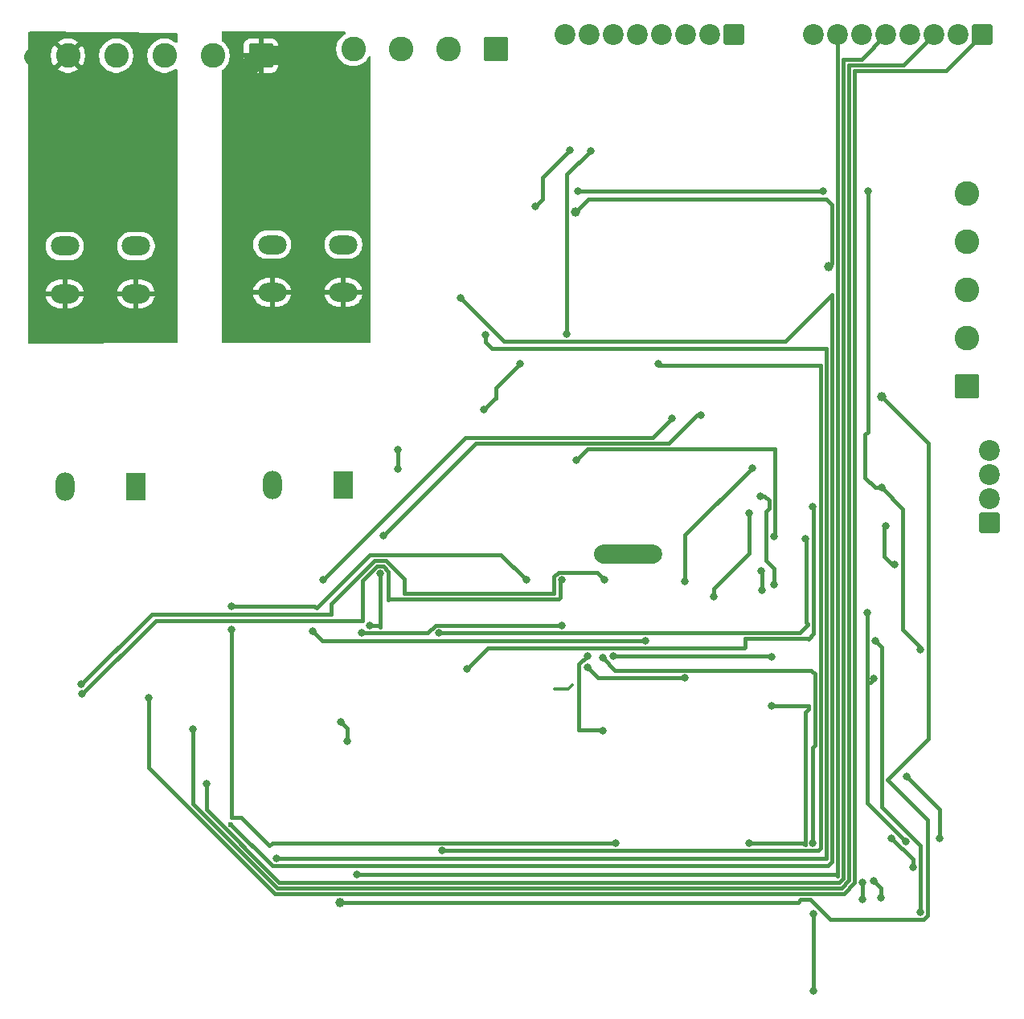
<source format=gbr>
%TF.GenerationSoftware,KiCad,Pcbnew,9.0.7-9.0.7~ubuntu24.04.1*%
%TF.CreationDate,2026-01-30T18:11:09-03:00*%
%TF.ProjectId,Main board,4d61696e-2062-46f6-9172-642e6b696361,1*%
%TF.SameCoordinates,Original*%
%TF.FileFunction,Copper,L6,Bot*%
%TF.FilePolarity,Positive*%
%FSLAX46Y46*%
G04 Gerber Fmt 4.6, Leading zero omitted, Abs format (unit mm)*
G04 Created by KiCad (PCBNEW 9.0.7-9.0.7~ubuntu24.04.1) date 2026-01-30 18:11:09*
%MOMM*%
%LPD*%
G01*
G04 APERTURE LIST*
G04 Aperture macros list*
%AMRoundRect*
0 Rectangle with rounded corners*
0 $1 Rounding radius*
0 $2 $3 $4 $5 $6 $7 $8 $9 X,Y pos of 4 corners*
0 Add a 4 corners polygon primitive as box body*
4,1,4,$2,$3,$4,$5,$6,$7,$8,$9,$2,$3,0*
0 Add four circle primitives for the rounded corners*
1,1,$1+$1,$2,$3*
1,1,$1+$1,$4,$5*
1,1,$1+$1,$6,$7*
1,1,$1+$1,$8,$9*
0 Add four rect primitives between the rounded corners*
20,1,$1+$1,$2,$3,$4,$5,0*
20,1,$1+$1,$4,$5,$6,$7,0*
20,1,$1+$1,$6,$7,$8,$9,0*
20,1,$1+$1,$8,$9,$2,$3,0*%
G04 Aperture macros list end*
%TA.AperFunction,ComponentPad*%
%ADD10O,3.000000X2.000000*%
%TD*%
%TA.AperFunction,ComponentPad*%
%ADD11R,2.000000X3.000000*%
%TD*%
%TA.AperFunction,ComponentPad*%
%ADD12O,2.000000X3.000000*%
%TD*%
%TA.AperFunction,ComponentPad*%
%ADD13RoundRect,0.249999X0.850001X0.850001X-0.850001X0.850001X-0.850001X-0.850001X0.850001X-0.850001X0*%
%TD*%
%TA.AperFunction,ComponentPad*%
%ADD14C,2.200000*%
%TD*%
%TA.AperFunction,ComponentPad*%
%ADD15RoundRect,0.249999X0.850001X-0.850001X0.850001X0.850001X-0.850001X0.850001X-0.850001X-0.850001X0*%
%TD*%
%TA.AperFunction,ComponentPad*%
%ADD16RoundRect,0.250000X1.050000X1.050000X-1.050000X1.050000X-1.050000X-1.050000X1.050000X-1.050000X0*%
%TD*%
%TA.AperFunction,ComponentPad*%
%ADD17C,2.600000*%
%TD*%
%TA.AperFunction,ComponentPad*%
%ADD18RoundRect,0.250000X1.050000X-1.050000X1.050000X1.050000X-1.050000X1.050000X-1.050000X-1.050000X0*%
%TD*%
%TA.AperFunction,ViaPad*%
%ADD19C,2.000000*%
%TD*%
%TA.AperFunction,ViaPad*%
%ADD20C,0.800000*%
%TD*%
%TA.AperFunction,ViaPad*%
%ADD21C,0.300000*%
%TD*%
%TA.AperFunction,ViaPad*%
%ADD22C,1.000000*%
%TD*%
%TA.AperFunction,ViaPad*%
%ADD23C,0.600000*%
%TD*%
%TA.AperFunction,Conductor*%
%ADD24C,2.000000*%
%TD*%
%TA.AperFunction,Conductor*%
%ADD25C,0.400000*%
%TD*%
%TA.AperFunction,Conductor*%
%ADD26C,0.300000*%
%TD*%
G04 APERTURE END LIST*
D10*
%TO.P,K701,11*%
%TO.N,/power selector/P_SOLAR_I*%
X56700000Y-65875000D03*
%TO.P,K701,14*%
%TO.N,/power selector/P_MAIN_O*%
X56700000Y-60835000D03*
%TO.P,K701,21*%
%TO.N,/power selector/P_SOLAR_I*%
X49200000Y-65875000D03*
%TO.P,K701,24*%
%TO.N,/power selector/P_MAIN_O*%
X49200000Y-60835000D03*
D11*
%TO.P,K701,A1*%
%TO.N,/power selector/C_COIL_SOL*%
X56700000Y-86175000D03*
D12*
%TO.P,K701,A2*%
%TO.N,+9V*%
X49200000Y-86175000D03*
%TD*%
D13*
%TO.P,J108,1,CLS_BTN*%
%TO.N,/solar array deployment/C_PANEL_CLOSE_BTN_I*%
X97850000Y-38705000D03*
D14*
%TO.P,J108,2,GND*%
%TO.N,GND*%
X95310000Y-38705000D03*
%TO.P,J108,3,OPN_BTN*%
%TO.N,/solar array deployment/C_PANEL_OPEEN_BTN_I*%
X92770000Y-38705000D03*
%TO.P,J108,4,GND*%
%TO.N,GND*%
X90230000Y-38705000D03*
%TO.P,J108,5,CLS_SEN*%
%TO.N,/solar array verification/A_PANEL_CLOSE_SENSOR_I*%
X87690000Y-38705000D03*
%TO.P,J108,6,GND*%
%TO.N,GND*%
X85150000Y-38705000D03*
%TO.P,J108,7,OPN_SEN*%
%TO.N,/solar array verification/A_PANEL_OPEN_SENSOR_I*%
X82610000Y-38705000D03*
%TO.P,J108,8,GND*%
%TO.N,GND*%
X80070000Y-38705000D03*
%TD*%
D13*
%TO.P,J101,1,LDR_N*%
%TO.N,/active filter/A_LDR_N_I*%
X123985000Y-38705000D03*
D14*
%TO.P,J101,2,GND*%
%TO.N,GND*%
X121445000Y-38705000D03*
%TO.P,J101,3,LDR_E*%
%TO.N,/active filter/A_LDR_E_I*%
X118905000Y-38705000D03*
%TO.P,J101,4,GND*%
%TO.N,GND*%
X116365000Y-38705000D03*
%TO.P,J101,5,LDR_S*%
%TO.N,/active filter/A_LDR_S_I*%
X113825000Y-38705000D03*
%TO.P,J101,6,GND*%
%TO.N,GND*%
X111285000Y-38705000D03*
%TO.P,J101,7,LDR_W*%
%TO.N,/active filter/A_LDR_W_I*%
X108745000Y-38705000D03*
%TO.P,J101,8,GND*%
%TO.N,GND*%
X106205000Y-38705000D03*
%TD*%
D15*
%TO.P,J109,1,THERM_IN1*%
%TO.N,/thermal control/A_HTAS_I*%
X124783711Y-90151799D03*
D14*
%TO.P,J109,2,GND*%
%TO.N,GND*%
X124783711Y-87611799D03*
%TO.P,J109,3,THERM_IN2*%
%TO.N,/thermal control/A_LTHC_I*%
X124783711Y-85071799D03*
%TO.P,J109,4,GND*%
%TO.N,GND*%
X124783711Y-82531799D03*
%TD*%
D10*
%TO.P,K702,11*%
%TO.N,/power selector/P_BATTERY_I*%
X34850000Y-66025000D03*
%TO.P,K702,14*%
%TO.N,/power selector/P_MAIN_O*%
X34850000Y-60985000D03*
%TO.P,K702,21*%
%TO.N,/power selector/P_BATTERY_I*%
X27350000Y-66025000D03*
%TO.P,K702,24*%
%TO.N,/power selector/P_MAIN_O*%
X27350000Y-60985000D03*
D11*
%TO.P,K702,A1*%
%TO.N,/power selector/C_COIL_BATT*%
X34850000Y-86325000D03*
D12*
%TO.P,K702,A2*%
%TO.N,+9V*%
X27350000Y-86325000D03*
%TD*%
D16*
%TO.P,J110,1,THERM*%
%TO.N,/thermal control/A_LTHC_O*%
X72750000Y-40202500D03*
D17*
%TO.P,J110,2,GND*%
%TO.N,GND*%
X67750000Y-40202500D03*
%TO.P,J110,3,SERVO*%
%TO.N,/solar array deployment/S_SERVO_SIGNAL_O*%
X62750000Y-40202500D03*
%TO.P,J110,4,GND*%
%TO.N,GND*%
X57750000Y-40202500D03*
%TD*%
D18*
%TO.P,J103,1,Pin_1*%
%TO.N,+9V*%
X122350000Y-75725000D03*
D17*
%TO.P,J103,2,Pin_2*%
%TO.N,+9VA*%
X122350000Y-70645000D03*
%TO.P,J103,3,Pin_3*%
%TO.N,-9VA*%
X122350000Y-65565000D03*
%TO.P,J103,4,Pin_4*%
%TO.N,GND*%
X122350000Y-60485000D03*
%TO.P,J103,5,Pin_5*%
X122350000Y-55405000D03*
%TD*%
D16*
%TO.P,J105,1,SOLAR*%
%TO.N,/power selector/P_SOLAR_I*%
X48010000Y-40907500D03*
D17*
%TO.P,J105,2,GND*%
%TO.N,GND*%
X42930000Y-40907500D03*
%TO.P,J105,3,VMAIN*%
%TO.N,/power selector/P_MAIN_O*%
X37850000Y-40907500D03*
%TO.P,J105,4,GND*%
%TO.N,GND*%
X32770000Y-40907500D03*
%TO.P,J105,5,BATTERY*%
%TO.N,/power selector/P_BATTERY_I*%
X27690000Y-40907500D03*
%TD*%
D19*
%TO.N,+9V*%
X89250000Y-93426000D03*
X84150000Y-93425000D03*
D20*
%TO.N,/solar array verification/A_IN+_STP_CLS*%
X106142000Y-88425000D03*
X69700000Y-105575000D03*
%TO.N,/active filter/A_LDR_N_O*%
X29200000Y-108225000D03*
X79700000Y-96175000D03*
%TO.N,/active filter/A_LDR_E_O*%
X84209281Y-96175000D03*
X29065564Y-107209436D03*
%TO.N,/active filter/A_LDR_W_O*%
X53500000Y-101575000D03*
X88550000Y-102575000D03*
%TO.N,/active filter/A_IN-_W*%
X56400000Y-111125000D03*
X57100000Y-113201000D03*
%TO.N,/active filter/A_LDR_S_O*%
X58650000Y-101775000D03*
X79700000Y-100974000D03*
%TO.N,/thermal control/A_HTAS_O*%
X112600000Y-106575000D03*
X111853000Y-99675000D03*
X115913186Y-123756814D03*
X81238652Y-83580000D03*
X102049000Y-91625000D03*
%TO.N,/thermal control/A_LTHC_O*%
X81400000Y-55175000D03*
X117500000Y-103544425D03*
X111950000Y-55175000D03*
X107200000Y-55175000D03*
X113375668Y-86457377D03*
D21*
%TO.N,/solar eclipse/C_ECLIPSE_O*%
X78950000Y-107725000D03*
X80850000Y-107275000D03*
D22*
%TO.N,/solar array deployment/S_SERVO_SIGNAL_O*%
X81172860Y-57404222D03*
X107845000Y-63125000D03*
D20*
%TO.N,/solar array verification/A_STP_OPN_O*%
X91350000Y-79125000D03*
X54550000Y-96175000D03*
%TO.N,/active filter/A_LDR_S_I*%
X42300000Y-117675000D03*
%TO.N,/active filter/A_LDR_N_I*%
X36200000Y-108625000D03*
%TO.N,/active filter/A_LDR_W_I*%
X58150000Y-127275000D03*
%TO.N,/active filter/A_LDR_E_I*%
X40825000Y-111925000D03*
D19*
%TO.N,/power selector/P_BATTERY_I*%
X31450000Y-68825000D03*
X27250000Y-68975000D03*
%TO.N,/power selector/P_SOLAR_I*%
X56750000Y-68575000D03*
X49200000Y-68775000D03*
X52850000Y-68575000D03*
D20*
%TO.N,/solar array verification/A_PANEL_CLOSE_SENSOR_I*%
X82750000Y-50925000D03*
X80200000Y-70225000D03*
%TO.N,/solar array verification/A_PANEL_OPEN_SENSOR_I*%
X76950000Y-56825000D03*
X80600000Y-50875000D03*
%TO.N,/solar array verification/A_RST_SET_2*%
X62450000Y-82475000D03*
X62400000Y-84475000D03*
%TO.N,/thermal control/A_BIAS_LTHC_1*%
X116047849Y-116900000D03*
X119500000Y-123425000D03*
%TO.N,/solar array deployment/A_BASE_OPN*%
X100750000Y-95225000D03*
X100800000Y-97275000D03*
%TO.N,/solar array deployment/A_BASE_CLS*%
X95700000Y-97975000D03*
X99400000Y-89175000D03*
%TO.N,/thermal control/A_BIAS_LTHC_2*%
X116700000Y-126475000D03*
X114450000Y-123425000D03*
%TO.N,/thermal control/A_SETPOINT_LTHC*%
X117450000Y-131225000D03*
X102049000Y-96650000D03*
X100649441Y-87360000D03*
X112750000Y-102625000D03*
%TO.N,/solar eclipse/A_FEEDBACK_U403A*%
X92700000Y-106526000D03*
X82450000Y-105425000D03*
%TO.N,/thermal control/A_BIAS_HTAS_2*%
X113300000Y-129725000D03*
X112545604Y-127920604D03*
%TO.N,/thermal control/A_BIAS_HTAS_1*%
X111400000Y-128125000D03*
X111400000Y-129875000D03*
%TO.N,/solar array verification/A_IN-_ASL*%
X60550000Y-95525000D03*
X94350000Y-78825000D03*
X60900000Y-91525000D03*
X59456407Y-100975000D03*
%TO.N,/solar array verification/A_RST_SET_1*%
X75350000Y-73375000D03*
X71500000Y-78225000D03*
%TO.N,/solar array verification/A_IN-_STP_CLS*%
X114797793Y-94527207D03*
X105350000Y-91875000D03*
X113850000Y-90475000D03*
X66722549Y-101775000D03*
%TO.N,/power selector/A_SETPOINT_BATTERY*%
X71700000Y-70325000D03*
X49621469Y-125525000D03*
%TO.N,/solar eclipse/A_SETPOINT_LDR_N*%
X85350000Y-123925000D03*
X75950000Y-96175000D03*
X44900000Y-101425000D03*
X44900000Y-98975000D03*
%TO.N,/solar eclipse/A_SETPOINT_LDR_S*%
X82399000Y-104175000D03*
X84051000Y-112125000D03*
%TO.N,/solar eclipse/A_SETPOINT_LDR_W*%
X101850000Y-109475000D03*
X85150000Y-104175000D03*
X101850000Y-104275000D03*
X99400000Y-123925000D03*
D23*
%TO.N,/power selector/A_SETPOINT_SOLAR*%
X44850000Y-121975000D03*
D20*
X69050000Y-66425000D03*
%TO.N,/thermal control/A_SETPOINT_HTAS*%
X99760666Y-84362500D03*
X84000000Y-104425000D03*
X106142000Y-123925000D03*
X92695524Y-96320524D03*
X106200000Y-131376000D03*
X106200000Y-139525000D03*
D22*
%TO.N,/solar array deployment/S_SERVO_PREFILTER_O*%
X56350000Y-130177000D03*
X113372793Y-76847793D03*
D20*
%TO.N,/solar array deployment/A_SETPOINT_CLOSE*%
X89900000Y-73425000D03*
X67100000Y-124725000D03*
%TD*%
D24*
%TO.N,+9V*%
X84151000Y-93426000D02*
X84150000Y-93425000D01*
X89250000Y-93426000D02*
X84151000Y-93426000D01*
D25*
%TO.N,/solar array verification/A_IN+_STP_CLS*%
X106142000Y-88425000D02*
X106250000Y-88533000D01*
X106250000Y-101866000D02*
X105695500Y-102420500D01*
X98950000Y-103375000D02*
X71900000Y-103375000D01*
X106250000Y-88533000D02*
X106250000Y-101866000D01*
X105695500Y-102420500D02*
X105650000Y-102375000D01*
X105650000Y-102375000D02*
X99050000Y-102375000D01*
X71900000Y-103375000D02*
X69700000Y-105575000D01*
X99050000Y-103275000D02*
X98950000Y-103375000D01*
X99050000Y-102375000D02*
X99050000Y-103275000D01*
%TO.N,/active filter/A_LDR_N_O*%
X58700000Y-96242214D02*
X58700000Y-100475000D01*
X79552000Y-96323000D02*
X79552000Y-98075000D01*
X79700000Y-96175000D02*
X79552000Y-96323000D01*
X61450000Y-95292214D02*
X60881786Y-94724000D01*
X61450000Y-98325000D02*
X61450000Y-95292214D01*
X60218214Y-94724000D02*
X58700000Y-96242214D01*
X60881786Y-94724000D02*
X60218214Y-94724000D01*
X58700000Y-100475000D02*
X36950000Y-100475000D01*
X36950000Y-100475000D02*
X29200000Y-108225000D01*
X61552000Y-98223000D02*
X61450000Y-98325000D01*
X61552000Y-98223000D02*
X79404000Y-98223000D01*
X79552000Y-98075000D02*
X79404000Y-98223000D01*
%TO.N,/active filter/A_LDR_E_O*%
X55400000Y-99775000D02*
X36500000Y-99775000D01*
X84209281Y-96175000D02*
X83408281Y-95374000D01*
X55400000Y-98692272D02*
X55400000Y-99775000D01*
X83408281Y-95374000D02*
X79368214Y-95374000D01*
X61130728Y-94123000D02*
X59969272Y-94123000D01*
X78900000Y-95842214D02*
X78900000Y-97622000D01*
X36500000Y-99775000D02*
X29065564Y-107209436D01*
X63100000Y-96092272D02*
X61130728Y-94123000D01*
X79368214Y-95374000D02*
X78900000Y-95842214D01*
X78900000Y-97622000D02*
X63100000Y-97622000D01*
X59969272Y-94123000D02*
X55400000Y-98692272D01*
X63100000Y-97622000D02*
X63100000Y-96092272D01*
%TO.N,/active filter/A_LDR_W_O*%
X88550000Y-102575000D02*
X54500000Y-102575000D01*
X54500000Y-102575000D02*
X53500000Y-101575000D01*
%TO.N,/active filter/A_IN-_W*%
X57100000Y-113201000D02*
X57100000Y-111825000D01*
X57100000Y-111825000D02*
X56400000Y-111125000D01*
%TO.N,/active filter/A_LDR_S_O*%
X66390763Y-100974000D02*
X79700000Y-100974000D01*
X65589763Y-101775000D02*
X66390763Y-100974000D01*
X58650000Y-101775000D02*
X65589763Y-101775000D01*
%TO.N,/thermal control/A_HTAS_O*%
X102150000Y-91524000D02*
X102150000Y-82376000D01*
X112200000Y-106975000D02*
X112600000Y-106575000D01*
X111853000Y-119696628D02*
X115913186Y-123756814D01*
X102049000Y-91625000D02*
X102150000Y-91524000D01*
X102150000Y-82376000D02*
X82442652Y-82376000D01*
X82442652Y-82376000D02*
X81238652Y-83580000D01*
X111853000Y-106975000D02*
X111853000Y-119696628D01*
X111853000Y-99675000D02*
X111853000Y-106975000D01*
X111853000Y-106975000D02*
X112200000Y-106975000D01*
%TO.N,/thermal control/A_LTHC_O*%
X107200000Y-55175000D02*
X81400000Y-55175000D01*
X113375668Y-86457377D02*
X112732377Y-86457377D01*
X115600000Y-88681709D02*
X115600000Y-101425000D01*
X117500000Y-103325000D02*
X117500000Y-103544425D01*
X111951000Y-80578000D02*
X111951000Y-55176000D01*
X115600000Y-101425000D02*
X117500000Y-103325000D01*
X111951000Y-55176000D02*
X111950000Y-55175000D01*
X113375668Y-86457377D02*
X115600000Y-88681709D01*
X111654000Y-85379000D02*
X111654000Y-80875000D01*
X111654000Y-80875000D02*
X111951000Y-80578000D01*
X112732377Y-86457377D02*
X111654000Y-85379000D01*
D26*
%TO.N,/solar eclipse/C_ECLIPSE_O*%
X78950000Y-107725000D02*
X80400000Y-107725000D01*
X80400000Y-107725000D02*
X80850000Y-107275000D01*
D25*
%TO.N,/solar array deployment/S_SERVO_SIGNAL_O*%
X82502082Y-56075000D02*
X107594000Y-56075000D01*
X82502082Y-56075000D02*
X81172860Y-57404222D01*
X107845000Y-63125000D02*
X108144000Y-62826000D01*
X108144000Y-62826000D02*
X108144000Y-56625000D01*
X108144000Y-56625000D02*
X107594000Y-56075000D01*
%TO.N,/solar array verification/A_STP_OPN_O*%
X69551000Y-81174000D02*
X54550000Y-96175000D01*
X69551000Y-81174000D02*
X89301000Y-81174000D01*
X91350000Y-79125000D02*
X89301000Y-81174000D01*
%TO.N,/active filter/A_LDR_S_I*%
X113825000Y-38705000D02*
X111255000Y-41275000D01*
X109350000Y-41279000D02*
X109350000Y-127624942D01*
X42300000Y-120425116D02*
X49949884Y-128075000D01*
X42300000Y-120425116D02*
X42300000Y-117675000D01*
X109350000Y-127624942D02*
X108899942Y-128075000D01*
X109346000Y-41275000D02*
X109350000Y-41279000D01*
X49949884Y-128075000D02*
X108899942Y-128075000D01*
X111255000Y-41275000D02*
X109346000Y-41275000D01*
%TO.N,/active filter/A_LDR_N_I*%
X120164000Y-42526000D02*
X110552000Y-42526000D01*
X110552000Y-42526000D02*
X110552000Y-128122826D01*
X123985000Y-38705000D02*
X120164000Y-42526000D01*
X49452000Y-129277000D02*
X36200000Y-116025000D01*
X110552000Y-128122826D02*
X109397826Y-129277000D01*
X36200000Y-116025000D02*
X36200000Y-108625000D01*
X109397826Y-129277000D02*
X49452000Y-129277000D01*
%TO.N,/active filter/A_LDR_W_I*%
X108640000Y-127275000D02*
X108745000Y-127380000D01*
X58150000Y-127275000D02*
X108640000Y-127275000D01*
X108745000Y-38705000D02*
X108745000Y-127380000D01*
%TO.N,/active filter/A_LDR_E_I*%
X109951000Y-127873884D02*
X109148884Y-128676000D01*
X40825000Y-119800058D02*
X40825000Y-111925000D01*
X109951000Y-41925000D02*
X109951000Y-127873884D01*
X115685000Y-41925000D02*
X109951000Y-41925000D01*
X49700942Y-128676000D02*
X40825000Y-119800058D01*
X118905000Y-38705000D02*
X115685000Y-41925000D01*
X109148884Y-128676000D02*
X49700942Y-128676000D01*
D24*
%TO.N,/power selector/P_BATTERY_I*%
X24267500Y-40907500D02*
X24100000Y-41075000D01*
%TO.N,/power selector/P_SOLAR_I*%
X50432500Y-40907500D02*
X53799000Y-44274000D01*
X48010000Y-40907500D02*
X46299000Y-42618500D01*
X48010000Y-40907500D02*
X50432500Y-40907500D01*
D25*
%TO.N,/solar array verification/A_PANEL_CLOSE_SENSOR_I*%
X80250000Y-70175000D02*
X80200000Y-70225000D01*
X80250000Y-53425000D02*
X82750000Y-50925000D01*
X80250000Y-53425000D02*
X80250000Y-70175000D01*
%TO.N,/solar array verification/A_PANEL_OPEN_SENSOR_I*%
X80600000Y-50875000D02*
X77700000Y-53775000D01*
X77700000Y-53775000D02*
X77700000Y-56075000D01*
X77700000Y-56075000D02*
X76950000Y-56825000D01*
%TO.N,/solar array verification/A_RST_SET_2*%
X62400000Y-82525000D02*
X62450000Y-82475000D01*
X62400000Y-84475000D02*
X62400000Y-82525000D01*
%TO.N,/thermal control/A_BIAS_LTHC_1*%
X119500000Y-120352151D02*
X116047849Y-116900000D01*
X119500000Y-123425000D02*
X119500000Y-120352151D01*
%TO.N,/solar array deployment/A_BASE_OPN*%
X100800000Y-95275000D02*
X100750000Y-95225000D01*
X100800000Y-97275000D02*
X100800000Y-95275000D01*
%TO.N,/solar array deployment/A_BASE_CLS*%
X95700000Y-97075000D02*
X99400000Y-93375000D01*
X95700000Y-97975000D02*
X95700000Y-97075000D01*
X99400000Y-89175000D02*
X99400000Y-93375000D01*
%TO.N,/thermal control/A_BIAS_LTHC_2*%
X116700000Y-126475000D02*
X116700000Y-125675000D01*
X116700000Y-125675000D02*
X114450000Y-123425000D01*
%TO.N,/thermal control/A_SETPOINT_LTHC*%
X112750000Y-102625000D02*
X113401000Y-103276000D01*
X117501000Y-124211842D02*
X117501000Y-131174000D01*
X101085000Y-87360000D02*
X101549000Y-87824000D01*
X113401000Y-103276000D02*
X113401000Y-120111842D01*
X101248000Y-94175000D02*
X102049000Y-94976000D01*
X101549000Y-88675000D02*
X101248000Y-88976000D01*
X101248000Y-88976000D02*
X101248000Y-94175000D01*
X117501000Y-131174000D02*
X117450000Y-131225000D01*
X113401000Y-120111842D02*
X117501000Y-124211842D01*
X102049000Y-94976000D02*
X102049000Y-96650000D01*
X100649441Y-87360000D02*
X101085000Y-87360000D01*
X101549000Y-87824000D02*
X101549000Y-88675000D01*
%TO.N,/solar eclipse/A_FEEDBACK_U403A*%
X82450000Y-105425000D02*
X83551000Y-106526000D01*
X83551000Y-106526000D02*
X92700000Y-106526000D01*
%TO.N,/thermal control/A_BIAS_HTAS_2*%
X113300000Y-128675000D02*
X112545604Y-127920604D01*
X113300000Y-129725000D02*
X113300000Y-128675000D01*
%TO.N,/thermal control/A_BIAS_HTAS_1*%
X111400000Y-129875000D02*
X111400000Y-128125000D01*
%TO.N,/solar array verification/A_IN-_ASL*%
X93900000Y-78825000D02*
X90950000Y-81775000D01*
X94350000Y-78825000D02*
X93900000Y-78825000D01*
X70650000Y-81775000D02*
X60900000Y-91525000D01*
X70650000Y-81775000D02*
X90950000Y-81775000D01*
X60400000Y-100975000D02*
X59456407Y-100975000D01*
X60550000Y-101125000D02*
X60400000Y-100975000D01*
X60550000Y-95525000D02*
X60550000Y-101125000D01*
%TO.N,/solar array verification/A_RST_SET_1*%
X72700000Y-77025000D02*
X72750000Y-77025000D01*
X72750000Y-75975000D02*
X72750000Y-77025000D01*
X75350000Y-73375000D02*
X72750000Y-75975000D01*
X71500000Y-78225000D02*
X72700000Y-77025000D01*
%TO.N,/solar array verification/A_IN-_STP_CLS*%
X113700000Y-90625000D02*
X113850000Y-90475000D01*
X105450000Y-91975000D02*
X105350000Y-91875000D01*
X105450000Y-100626000D02*
X105450000Y-91975000D01*
X113700000Y-93725000D02*
X113700000Y-90625000D01*
X66722549Y-101775000D02*
X66723549Y-101774000D01*
X114502207Y-94527207D02*
X113700000Y-93725000D01*
X105649000Y-100876000D02*
X105649000Y-100825000D01*
X104751000Y-101774000D02*
X105649000Y-100876000D01*
X114797793Y-94527207D02*
X114502207Y-94527207D01*
X105649000Y-100825000D02*
X105450000Y-100626000D01*
X66723549Y-101774000D02*
X104751000Y-101774000D01*
%TO.N,/power selector/A_SETPOINT_BATTERY*%
X72350000Y-71775000D02*
X71700000Y-71125000D01*
X49621469Y-125525000D02*
X107543000Y-125525000D01*
X71700000Y-71125000D02*
X71700000Y-70325000D01*
X107543000Y-71775000D02*
X72350000Y-71775000D01*
X107543000Y-125525000D02*
X107543000Y-71775000D01*
%TO.N,/solar eclipse/A_SETPOINT_LDR_N*%
X44949000Y-121274000D02*
X45949000Y-121274000D01*
X73297000Y-93522000D02*
X59502000Y-93522000D01*
X53850000Y-99174000D02*
X53651000Y-98975000D01*
X59502000Y-93522000D02*
X53850000Y-99174000D01*
X45949000Y-121274000D02*
X48900000Y-124225000D01*
X53651000Y-98975000D02*
X44900000Y-98975000D01*
X85349000Y-123924000D02*
X85350000Y-123925000D01*
X49201000Y-123924000D02*
X85349000Y-123924000D01*
X44900000Y-101425000D02*
X44900000Y-121225000D01*
X44900000Y-121225000D02*
X44949000Y-121274000D01*
X48900000Y-124225000D02*
X49201000Y-123924000D01*
X75950000Y-96175000D02*
X73297000Y-93522000D01*
%TO.N,/solar eclipse/A_SETPOINT_LDR_S*%
X83951000Y-112025000D02*
X84051000Y-112125000D01*
X82399000Y-104175000D02*
X81500000Y-105074000D01*
X81500000Y-112025000D02*
X83951000Y-112025000D01*
X81500000Y-105074000D02*
X81500000Y-112025000D01*
%TO.N,/solar eclipse/A_SETPOINT_LDR_W*%
X85150000Y-104175000D02*
X101750000Y-104175000D01*
X101750000Y-104175000D02*
X101850000Y-104275000D01*
X105690000Y-109475000D02*
X105740000Y-109525000D01*
X105341000Y-110174000D02*
X105341000Y-124124000D01*
X105740000Y-109525000D02*
X105740000Y-109775000D01*
X105142000Y-123925000D02*
X99400000Y-123925000D01*
X105740000Y-109775000D02*
X105341000Y-110174000D01*
X105341000Y-124124000D02*
X105142000Y-123925000D01*
X101850000Y-109475000D02*
X105690000Y-109475000D01*
%TO.N,/power selector/A_SETPOINT_SOLAR*%
X73650000Y-71025000D02*
X69050000Y-66425000D01*
X108144000Y-66125000D02*
X103244000Y-71025000D01*
X44850000Y-121975000D02*
X49200000Y-126325000D01*
X49200000Y-126325000D02*
X107750000Y-126325000D01*
X107750000Y-126325000D02*
X108144000Y-125931000D01*
X108144000Y-125931000D02*
X108144000Y-66125000D01*
X103244000Y-71025000D02*
X73650000Y-71025000D01*
%TO.N,/thermal control/A_SETPOINT_HTAS*%
X84000000Y-104425000D02*
X85301000Y-105726000D01*
X85301000Y-105726000D02*
X105951000Y-105726000D01*
X92695524Y-91427642D02*
X92695524Y-96320524D01*
X106341000Y-106116000D02*
X106341000Y-113625000D01*
X106341000Y-113625000D02*
X106142000Y-113824000D01*
X105951000Y-105726000D02*
X106341000Y-106116000D01*
X106200000Y-131376000D02*
X106200000Y-139525000D01*
X106142000Y-113824000D02*
X106142000Y-123925000D01*
X99760666Y-84362500D02*
X92695524Y-91427642D01*
%TO.N,/solar array deployment/S_SERVO_PREFILTER_O*%
X117781786Y-132026000D02*
X107982786Y-132026000D01*
X104900000Y-129878000D02*
X104601000Y-130177000D01*
X114002000Y-117225000D02*
X118251000Y-121474000D01*
X118251000Y-131556786D02*
X117781786Y-132026000D01*
X118251000Y-121474000D02*
X118251000Y-131556786D01*
X118301000Y-81776000D02*
X118301000Y-112926000D01*
X107982786Y-132026000D02*
X105834786Y-129878000D01*
X105834786Y-129878000D02*
X104900000Y-129878000D01*
X113372793Y-76847793D02*
X118301000Y-81776000D01*
X104601000Y-130177000D02*
X56350000Y-130177000D01*
X118301000Y-112926000D02*
X114002000Y-117225000D01*
%TO.N,/solar array deployment/A_SETPOINT_CLOSE*%
X106700000Y-124725000D02*
X106942000Y-124483000D01*
X67100000Y-124725000D02*
X106700000Y-124725000D01*
X90000000Y-73525000D02*
X89900000Y-73425000D01*
X106942000Y-73525000D02*
X90000000Y-73525000D01*
X106942000Y-124483000D02*
X106942000Y-73525000D01*
%TD*%
%TA.AperFunction,Conductor*%
%TO.N,/power selector/P_SOLAR_I*%
G36*
X56835738Y-38384587D02*
G01*
X56902651Y-38404698D01*
X56948068Y-38457792D01*
X56957571Y-38527012D01*
X56928142Y-38590382D01*
X56896949Y-38615971D01*
X56818017Y-38661542D01*
X56747550Y-38702227D01*
X56747547Y-38702228D01*
X56747542Y-38702232D01*
X56560302Y-38845906D01*
X56560295Y-38845912D01*
X56393412Y-39012795D01*
X56393406Y-39012802D01*
X56249730Y-39200045D01*
X56131719Y-39404443D01*
X56131714Y-39404454D01*
X56041394Y-39622506D01*
X55980306Y-39850489D01*
X55949501Y-40084479D01*
X55949500Y-40084495D01*
X55949500Y-40320504D01*
X55949501Y-40320520D01*
X55960308Y-40402612D01*
X55980307Y-40554514D01*
X56007902Y-40657500D01*
X56041394Y-40782493D01*
X56131714Y-41000545D01*
X56131719Y-41000556D01*
X56202677Y-41123457D01*
X56249727Y-41204950D01*
X56249729Y-41204953D01*
X56249730Y-41204954D01*
X56393406Y-41392197D01*
X56393412Y-41392204D01*
X56560295Y-41559087D01*
X56560301Y-41559092D01*
X56747550Y-41702773D01*
X56878918Y-41778618D01*
X56951943Y-41820780D01*
X56951948Y-41820782D01*
X56951951Y-41820784D01*
X57170007Y-41911106D01*
X57397986Y-41972193D01*
X57631989Y-42003000D01*
X57631996Y-42003000D01*
X57868004Y-42003000D01*
X57868011Y-42003000D01*
X58102014Y-41972193D01*
X58329993Y-41911106D01*
X58548049Y-41820784D01*
X58752450Y-41702773D01*
X58939699Y-41559092D01*
X59106592Y-41392199D01*
X59250273Y-41204950D01*
X59368284Y-41000549D01*
X59368613Y-40999980D01*
X59419180Y-40951764D01*
X59487787Y-40938542D01*
X59552652Y-40964510D01*
X59593180Y-41021424D01*
X59600000Y-41061980D01*
X59600000Y-71028588D01*
X59580315Y-71095627D01*
X59527511Y-71141382D01*
X59476395Y-71152587D01*
X44024395Y-71201797D01*
X43957293Y-71182326D01*
X43911370Y-71129668D01*
X43900000Y-71077798D01*
X43900000Y-65625000D01*
X47220898Y-65625000D01*
X48599999Y-65625000D01*
X48574979Y-65685402D01*
X48550000Y-65810981D01*
X48550000Y-65939019D01*
X48574979Y-66064598D01*
X48599999Y-66125000D01*
X47220898Y-66125000D01*
X47236934Y-66226247D01*
X47309897Y-66450802D01*
X47417085Y-66661171D01*
X47555866Y-66852186D01*
X47722813Y-67019133D01*
X47913828Y-67157914D01*
X48124197Y-67265102D01*
X48348752Y-67338065D01*
X48348751Y-67338065D01*
X48581948Y-67375000D01*
X48950000Y-67375000D01*
X48950000Y-66475001D01*
X49010402Y-66500021D01*
X49135981Y-66525000D01*
X49264019Y-66525000D01*
X49389598Y-66500021D01*
X49450000Y-66475001D01*
X49450000Y-67375000D01*
X49818052Y-67375000D01*
X50051247Y-67338065D01*
X50275802Y-67265102D01*
X50486171Y-67157914D01*
X50677186Y-67019133D01*
X50844133Y-66852186D01*
X50982914Y-66661171D01*
X51090102Y-66450802D01*
X51163065Y-66226247D01*
X51179102Y-66125000D01*
X49800001Y-66125000D01*
X49825021Y-66064598D01*
X49850000Y-65939019D01*
X49850000Y-65810981D01*
X49825021Y-65685402D01*
X49800001Y-65625000D01*
X51179102Y-65625000D01*
X54720898Y-65625000D01*
X56099999Y-65625000D01*
X56074979Y-65685402D01*
X56050000Y-65810981D01*
X56050000Y-65939019D01*
X56074979Y-66064598D01*
X56099999Y-66125000D01*
X54720898Y-66125000D01*
X54736934Y-66226247D01*
X54809897Y-66450802D01*
X54917085Y-66661171D01*
X55055866Y-66852186D01*
X55222813Y-67019133D01*
X55413828Y-67157914D01*
X55624197Y-67265102D01*
X55848752Y-67338065D01*
X55848751Y-67338065D01*
X56081948Y-67375000D01*
X56450000Y-67375000D01*
X56450000Y-66475001D01*
X56510402Y-66500021D01*
X56635981Y-66525000D01*
X56764019Y-66525000D01*
X56889598Y-66500021D01*
X56950000Y-66475001D01*
X56950000Y-67375000D01*
X57318052Y-67375000D01*
X57551247Y-67338065D01*
X57775802Y-67265102D01*
X57986171Y-67157914D01*
X58177186Y-67019133D01*
X58344133Y-66852186D01*
X58482914Y-66661171D01*
X58590102Y-66450802D01*
X58663065Y-66226247D01*
X58679102Y-66125000D01*
X57300001Y-66125000D01*
X57325021Y-66064598D01*
X57350000Y-65939019D01*
X57350000Y-65810981D01*
X57325021Y-65685402D01*
X57300001Y-65625000D01*
X58679102Y-65625000D01*
X58663065Y-65523752D01*
X58590102Y-65299197D01*
X58482914Y-65088828D01*
X58344133Y-64897813D01*
X58177186Y-64730866D01*
X57986171Y-64592085D01*
X57775802Y-64484897D01*
X57551247Y-64411934D01*
X57551248Y-64411934D01*
X57318052Y-64375000D01*
X56950000Y-64375000D01*
X56950000Y-65274998D01*
X56889598Y-65249979D01*
X56764019Y-65225000D01*
X56635981Y-65225000D01*
X56510402Y-65249979D01*
X56450000Y-65274998D01*
X56450000Y-64375000D01*
X56081948Y-64375000D01*
X55848752Y-64411934D01*
X55624197Y-64484897D01*
X55413828Y-64592085D01*
X55222813Y-64730866D01*
X55055866Y-64897813D01*
X54917085Y-65088828D01*
X54809897Y-65299197D01*
X54736934Y-65523752D01*
X54720898Y-65625000D01*
X51179102Y-65625000D01*
X51163065Y-65523752D01*
X51090102Y-65299197D01*
X50982914Y-65088828D01*
X50844133Y-64897813D01*
X50677186Y-64730866D01*
X50486171Y-64592085D01*
X50275802Y-64484897D01*
X50051247Y-64411934D01*
X50051248Y-64411934D01*
X49818052Y-64375000D01*
X49450000Y-64375000D01*
X49450000Y-65274998D01*
X49389598Y-65249979D01*
X49264019Y-65225000D01*
X49135981Y-65225000D01*
X49010402Y-65249979D01*
X48950000Y-65274998D01*
X48950000Y-64375000D01*
X48581948Y-64375000D01*
X48348752Y-64411934D01*
X48124197Y-64484897D01*
X47913828Y-64592085D01*
X47722813Y-64730866D01*
X47555866Y-64897813D01*
X47417085Y-65088828D01*
X47309897Y-65299197D01*
X47236934Y-65523752D01*
X47220898Y-65625000D01*
X43900000Y-65625000D01*
X43900000Y-60716902D01*
X47199500Y-60716902D01*
X47199500Y-60953097D01*
X47236446Y-61186368D01*
X47309433Y-61410996D01*
X47416657Y-61621433D01*
X47555483Y-61812510D01*
X47722490Y-61979517D01*
X47913567Y-62118343D01*
X48012991Y-62169002D01*
X48124003Y-62225566D01*
X48124005Y-62225566D01*
X48124008Y-62225568D01*
X48244412Y-62264689D01*
X48348631Y-62298553D01*
X48581903Y-62335500D01*
X48581908Y-62335500D01*
X49818097Y-62335500D01*
X50051368Y-62298553D01*
X50275992Y-62225568D01*
X50486433Y-62118343D01*
X50677510Y-61979517D01*
X50844517Y-61812510D01*
X50983343Y-61621433D01*
X51090568Y-61410992D01*
X51163553Y-61186368D01*
X51200500Y-60953097D01*
X51200500Y-60716902D01*
X54699500Y-60716902D01*
X54699500Y-60953097D01*
X54736446Y-61186368D01*
X54809433Y-61410996D01*
X54916657Y-61621433D01*
X55055483Y-61812510D01*
X55222490Y-61979517D01*
X55413567Y-62118343D01*
X55512991Y-62169002D01*
X55624003Y-62225566D01*
X55624005Y-62225566D01*
X55624008Y-62225568D01*
X55744412Y-62264689D01*
X55848631Y-62298553D01*
X56081903Y-62335500D01*
X56081908Y-62335500D01*
X57318097Y-62335500D01*
X57551368Y-62298553D01*
X57775992Y-62225568D01*
X57986433Y-62118343D01*
X58177510Y-61979517D01*
X58344517Y-61812510D01*
X58483343Y-61621433D01*
X58590568Y-61410992D01*
X58663553Y-61186368D01*
X58700500Y-60953097D01*
X58700500Y-60716902D01*
X58663553Y-60483631D01*
X58590566Y-60259003D01*
X58483342Y-60048566D01*
X58344517Y-59857490D01*
X58177510Y-59690483D01*
X57986433Y-59551657D01*
X57775996Y-59444433D01*
X57551368Y-59371446D01*
X57318097Y-59334500D01*
X57318092Y-59334500D01*
X56081908Y-59334500D01*
X56081903Y-59334500D01*
X55848631Y-59371446D01*
X55624003Y-59444433D01*
X55413566Y-59551657D01*
X55304550Y-59630862D01*
X55222490Y-59690483D01*
X55222488Y-59690485D01*
X55222487Y-59690485D01*
X55055485Y-59857487D01*
X55055485Y-59857488D01*
X55055483Y-59857490D01*
X54995862Y-59939550D01*
X54916657Y-60048566D01*
X54809433Y-60259003D01*
X54736446Y-60483631D01*
X54699500Y-60716902D01*
X51200500Y-60716902D01*
X51163553Y-60483631D01*
X51090566Y-60259003D01*
X50983342Y-60048566D01*
X50844517Y-59857490D01*
X50677510Y-59690483D01*
X50486433Y-59551657D01*
X50275996Y-59444433D01*
X50051368Y-59371446D01*
X49818097Y-59334500D01*
X49818092Y-59334500D01*
X48581908Y-59334500D01*
X48581903Y-59334500D01*
X48348631Y-59371446D01*
X48124003Y-59444433D01*
X47913566Y-59551657D01*
X47804550Y-59630862D01*
X47722490Y-59690483D01*
X47722488Y-59690485D01*
X47722487Y-59690485D01*
X47555485Y-59857487D01*
X47555485Y-59857488D01*
X47555483Y-59857490D01*
X47495862Y-59939550D01*
X47416657Y-60048566D01*
X47309433Y-60259003D01*
X47236446Y-60483631D01*
X47199500Y-60716902D01*
X43900000Y-60716902D01*
X43900000Y-42493822D01*
X43919685Y-42426783D01*
X43948511Y-42395448D01*
X44119699Y-42264092D01*
X44286592Y-42097199D01*
X44430273Y-41909950D01*
X44548284Y-41705549D01*
X44638606Y-41487493D01*
X44699693Y-41259514D01*
X44730500Y-41025511D01*
X44730500Y-40789489D01*
X44699693Y-40555486D01*
X44638606Y-40327507D01*
X44548284Y-40109451D01*
X44548282Y-40109448D01*
X44548280Y-40109443D01*
X44492510Y-40012848D01*
X44430273Y-39905050D01*
X44355442Y-39807528D01*
X44355430Y-39807513D01*
X46210000Y-39807513D01*
X46210000Y-40657500D01*
X47409999Y-40657500D01*
X47384979Y-40717902D01*
X47360000Y-40843481D01*
X47360000Y-40971519D01*
X47384979Y-41097098D01*
X47409999Y-41157500D01*
X46210001Y-41157500D01*
X46210001Y-42007486D01*
X46220494Y-42110197D01*
X46275641Y-42276619D01*
X46275643Y-42276624D01*
X46367684Y-42425845D01*
X46491654Y-42549815D01*
X46640875Y-42641856D01*
X46640880Y-42641858D01*
X46807302Y-42697005D01*
X46807309Y-42697006D01*
X46910019Y-42707499D01*
X47759999Y-42707499D01*
X47760000Y-42707498D01*
X47760000Y-41507501D01*
X47820402Y-41532521D01*
X47945981Y-41557500D01*
X48074019Y-41557500D01*
X48199598Y-41532521D01*
X48260000Y-41507501D01*
X48260000Y-42707499D01*
X49109972Y-42707499D01*
X49109986Y-42707498D01*
X49212697Y-42697005D01*
X49379119Y-42641858D01*
X49379124Y-42641856D01*
X49528345Y-42549815D01*
X49652315Y-42425845D01*
X49744356Y-42276624D01*
X49744358Y-42276619D01*
X49799505Y-42110197D01*
X49799506Y-42110190D01*
X49809999Y-42007486D01*
X49810000Y-42007473D01*
X49810000Y-41157500D01*
X48610001Y-41157500D01*
X48635021Y-41097098D01*
X48660000Y-40971519D01*
X48660000Y-40843481D01*
X48635021Y-40717902D01*
X48610001Y-40657500D01*
X49809999Y-40657500D01*
X49809999Y-39807528D01*
X49809998Y-39807513D01*
X49799505Y-39704802D01*
X49744358Y-39538380D01*
X49744356Y-39538375D01*
X49652315Y-39389154D01*
X49528345Y-39265184D01*
X49379124Y-39173143D01*
X49379119Y-39173141D01*
X49212697Y-39117994D01*
X49212690Y-39117993D01*
X49109986Y-39107500D01*
X48260000Y-39107500D01*
X48260000Y-40307498D01*
X48199598Y-40282479D01*
X48074019Y-40257500D01*
X47945981Y-40257500D01*
X47820402Y-40282479D01*
X47760000Y-40307498D01*
X47760000Y-39107500D01*
X46910028Y-39107500D01*
X46910012Y-39107501D01*
X46807302Y-39117994D01*
X46640880Y-39173141D01*
X46640875Y-39173143D01*
X46491654Y-39265184D01*
X46367684Y-39389154D01*
X46275643Y-39538375D01*
X46275641Y-39538380D01*
X46220494Y-39704802D01*
X46220493Y-39704809D01*
X46210000Y-39807513D01*
X44355430Y-39807513D01*
X44286593Y-39717802D01*
X44286587Y-39717795D01*
X44119704Y-39550912D01*
X44119697Y-39550906D01*
X43948514Y-39419553D01*
X43907311Y-39363125D01*
X43900000Y-39321177D01*
X43900000Y-38426985D01*
X43919685Y-38359946D01*
X43972489Y-38314191D01*
X44024786Y-38302988D01*
X56835738Y-38384587D01*
G37*
%TD.AperFunction*%
%TD*%
%TA.AperFunction,Conductor*%
%TO.N,/power selector/P_BATTERY_I*%
G36*
X39076790Y-38474215D02*
G01*
X39143703Y-38494326D01*
X39189120Y-38547420D01*
X39200000Y-38598212D01*
X39200000Y-39422463D01*
X39180315Y-39489502D01*
X39127511Y-39535257D01*
X39058353Y-39545201D01*
X39000514Y-39520839D01*
X38852454Y-39407230D01*
X38852453Y-39407229D01*
X38852450Y-39407227D01*
X38770957Y-39360177D01*
X38648056Y-39289219D01*
X38648045Y-39289214D01*
X38429993Y-39198894D01*
X38202010Y-39137806D01*
X37968020Y-39107001D01*
X37968017Y-39107000D01*
X37968011Y-39107000D01*
X37731989Y-39107000D01*
X37731983Y-39107000D01*
X37731979Y-39107001D01*
X37497989Y-39137806D01*
X37270006Y-39198894D01*
X37051954Y-39289214D01*
X37051943Y-39289219D01*
X36847545Y-39407230D01*
X36660302Y-39550906D01*
X36660295Y-39550912D01*
X36493412Y-39717795D01*
X36493406Y-39717802D01*
X36349730Y-39905045D01*
X36349727Y-39905049D01*
X36349727Y-39905050D01*
X36342014Y-39918409D01*
X36231719Y-40109443D01*
X36231714Y-40109454D01*
X36141394Y-40327506D01*
X36080306Y-40555489D01*
X36049501Y-40789479D01*
X36049500Y-40789495D01*
X36049500Y-41025504D01*
X36049501Y-41025520D01*
X36080306Y-41259510D01*
X36141394Y-41487493D01*
X36231714Y-41705545D01*
X36231719Y-41705556D01*
X36302677Y-41828457D01*
X36349727Y-41909950D01*
X36349729Y-41909953D01*
X36349730Y-41909954D01*
X36493406Y-42097197D01*
X36493412Y-42097204D01*
X36660295Y-42264087D01*
X36660302Y-42264093D01*
X36770306Y-42348501D01*
X36847550Y-42407773D01*
X36978918Y-42483618D01*
X37051943Y-42525780D01*
X37051948Y-42525782D01*
X37051951Y-42525784D01*
X37270007Y-42616106D01*
X37497986Y-42677193D01*
X37731989Y-42708000D01*
X37731996Y-42708000D01*
X37968004Y-42708000D01*
X37968011Y-42708000D01*
X38202014Y-42677193D01*
X38429993Y-42616106D01*
X38648049Y-42525784D01*
X38852450Y-42407773D01*
X39000514Y-42294160D01*
X39065683Y-42268966D01*
X39134128Y-42283004D01*
X39184117Y-42331818D01*
X39200000Y-42392536D01*
X39200000Y-71101394D01*
X39180315Y-71168433D01*
X39127511Y-71214188D01*
X39076395Y-71225393D01*
X23624395Y-71274603D01*
X23557293Y-71255132D01*
X23511370Y-71202474D01*
X23500000Y-71150604D01*
X23500000Y-65775000D01*
X25370898Y-65775000D01*
X26749999Y-65775000D01*
X26724979Y-65835402D01*
X26700000Y-65960981D01*
X26700000Y-66089019D01*
X26724979Y-66214598D01*
X26749999Y-66275000D01*
X25370898Y-66275000D01*
X25386934Y-66376247D01*
X25459897Y-66600802D01*
X25567085Y-66811171D01*
X25705866Y-67002186D01*
X25872813Y-67169133D01*
X26063828Y-67307914D01*
X26274197Y-67415102D01*
X26498752Y-67488065D01*
X26498751Y-67488065D01*
X26731948Y-67525000D01*
X27100000Y-67525000D01*
X27100000Y-66625001D01*
X27160402Y-66650021D01*
X27285981Y-66675000D01*
X27414019Y-66675000D01*
X27539598Y-66650021D01*
X27600000Y-66625001D01*
X27600000Y-67525000D01*
X27968052Y-67525000D01*
X28201247Y-67488065D01*
X28425802Y-67415102D01*
X28636171Y-67307914D01*
X28827186Y-67169133D01*
X28994133Y-67002186D01*
X29132914Y-66811171D01*
X29240102Y-66600802D01*
X29313065Y-66376247D01*
X29329102Y-66275000D01*
X27950001Y-66275000D01*
X27975021Y-66214598D01*
X28000000Y-66089019D01*
X28000000Y-65960981D01*
X27975021Y-65835402D01*
X27950001Y-65775000D01*
X29329102Y-65775000D01*
X32870898Y-65775000D01*
X34249999Y-65775000D01*
X34224979Y-65835402D01*
X34200000Y-65960981D01*
X34200000Y-66089019D01*
X34224979Y-66214598D01*
X34249999Y-66275000D01*
X32870898Y-66275000D01*
X32886934Y-66376247D01*
X32959897Y-66600802D01*
X33067085Y-66811171D01*
X33205866Y-67002186D01*
X33372813Y-67169133D01*
X33563828Y-67307914D01*
X33774197Y-67415102D01*
X33998752Y-67488065D01*
X33998751Y-67488065D01*
X34231948Y-67525000D01*
X34600000Y-67525000D01*
X34600000Y-66625001D01*
X34660402Y-66650021D01*
X34785981Y-66675000D01*
X34914019Y-66675000D01*
X35039598Y-66650021D01*
X35100000Y-66625001D01*
X35100000Y-67525000D01*
X35468052Y-67525000D01*
X35701247Y-67488065D01*
X35925802Y-67415102D01*
X36136171Y-67307914D01*
X36327186Y-67169133D01*
X36494133Y-67002186D01*
X36632914Y-66811171D01*
X36740102Y-66600802D01*
X36813065Y-66376247D01*
X36829102Y-66275000D01*
X35450001Y-66275000D01*
X35475021Y-66214598D01*
X35500000Y-66089019D01*
X35500000Y-65960981D01*
X35475021Y-65835402D01*
X35450001Y-65775000D01*
X36829102Y-65775000D01*
X36813065Y-65673752D01*
X36740102Y-65449197D01*
X36632914Y-65238828D01*
X36494133Y-65047813D01*
X36327186Y-64880866D01*
X36136171Y-64742085D01*
X35925802Y-64634897D01*
X35701247Y-64561934D01*
X35701248Y-64561934D01*
X35468052Y-64525000D01*
X35100000Y-64525000D01*
X35100000Y-65424998D01*
X35039598Y-65399979D01*
X34914019Y-65375000D01*
X34785981Y-65375000D01*
X34660402Y-65399979D01*
X34600000Y-65424998D01*
X34600000Y-64525000D01*
X34231948Y-64525000D01*
X33998752Y-64561934D01*
X33774197Y-64634897D01*
X33563828Y-64742085D01*
X33372813Y-64880866D01*
X33205866Y-65047813D01*
X33067085Y-65238828D01*
X32959897Y-65449197D01*
X32886934Y-65673752D01*
X32870898Y-65775000D01*
X29329102Y-65775000D01*
X29313065Y-65673752D01*
X29240102Y-65449197D01*
X29132914Y-65238828D01*
X28994133Y-65047813D01*
X28827186Y-64880866D01*
X28636171Y-64742085D01*
X28425802Y-64634897D01*
X28201247Y-64561934D01*
X28201248Y-64561934D01*
X27968052Y-64525000D01*
X27600000Y-64525000D01*
X27600000Y-65424998D01*
X27539598Y-65399979D01*
X27414019Y-65375000D01*
X27285981Y-65375000D01*
X27160402Y-65399979D01*
X27100000Y-65424998D01*
X27100000Y-64525000D01*
X26731948Y-64525000D01*
X26498752Y-64561934D01*
X26274197Y-64634897D01*
X26063828Y-64742085D01*
X25872813Y-64880866D01*
X25705866Y-65047813D01*
X25567085Y-65238828D01*
X25459897Y-65449197D01*
X25386934Y-65673752D01*
X25370898Y-65775000D01*
X23500000Y-65775000D01*
X23500000Y-60866902D01*
X25349500Y-60866902D01*
X25349500Y-61103097D01*
X25386446Y-61336368D01*
X25459433Y-61560996D01*
X25566657Y-61771433D01*
X25705483Y-61962510D01*
X25872490Y-62129517D01*
X26063567Y-62268343D01*
X26162991Y-62319002D01*
X26274003Y-62375566D01*
X26274005Y-62375566D01*
X26274008Y-62375568D01*
X26394412Y-62414689D01*
X26498631Y-62448553D01*
X26731903Y-62485500D01*
X26731908Y-62485500D01*
X27968097Y-62485500D01*
X28201368Y-62448553D01*
X28425992Y-62375568D01*
X28636433Y-62268343D01*
X28827510Y-62129517D01*
X28994517Y-61962510D01*
X29133343Y-61771433D01*
X29240568Y-61560992D01*
X29313553Y-61336368D01*
X29350500Y-61103097D01*
X29350500Y-60866902D01*
X32849500Y-60866902D01*
X32849500Y-61103097D01*
X32886446Y-61336368D01*
X32959433Y-61560996D01*
X33066657Y-61771433D01*
X33205483Y-61962510D01*
X33372490Y-62129517D01*
X33563567Y-62268343D01*
X33662991Y-62319002D01*
X33774003Y-62375566D01*
X33774005Y-62375566D01*
X33774008Y-62375568D01*
X33894412Y-62414689D01*
X33998631Y-62448553D01*
X34231903Y-62485500D01*
X34231908Y-62485500D01*
X35468097Y-62485500D01*
X35701368Y-62448553D01*
X35925992Y-62375568D01*
X36136433Y-62268343D01*
X36327510Y-62129517D01*
X36494517Y-61962510D01*
X36633343Y-61771433D01*
X36740568Y-61560992D01*
X36813553Y-61336368D01*
X36850500Y-61103097D01*
X36850500Y-60866902D01*
X36813553Y-60633631D01*
X36740566Y-60409003D01*
X36633342Y-60198566D01*
X36494517Y-60007490D01*
X36327510Y-59840483D01*
X36136433Y-59701657D01*
X35925996Y-59594433D01*
X35701368Y-59521446D01*
X35468097Y-59484500D01*
X35468092Y-59484500D01*
X34231908Y-59484500D01*
X34231903Y-59484500D01*
X33998631Y-59521446D01*
X33774003Y-59594433D01*
X33563566Y-59701657D01*
X33454550Y-59780862D01*
X33372490Y-59840483D01*
X33372488Y-59840485D01*
X33372487Y-59840485D01*
X33205485Y-60007487D01*
X33205485Y-60007488D01*
X33205483Y-60007490D01*
X33145862Y-60089550D01*
X33066657Y-60198566D01*
X32959433Y-60409003D01*
X32886446Y-60633631D01*
X32849500Y-60866902D01*
X29350500Y-60866902D01*
X29313553Y-60633631D01*
X29240566Y-60409003D01*
X29133342Y-60198566D01*
X28994517Y-60007490D01*
X28827510Y-59840483D01*
X28636433Y-59701657D01*
X28425996Y-59594433D01*
X28201368Y-59521446D01*
X27968097Y-59484500D01*
X27968092Y-59484500D01*
X26731908Y-59484500D01*
X26731903Y-59484500D01*
X26498631Y-59521446D01*
X26274003Y-59594433D01*
X26063566Y-59701657D01*
X25954550Y-59780862D01*
X25872490Y-59840483D01*
X25872488Y-59840485D01*
X25872487Y-59840485D01*
X25705485Y-60007487D01*
X25705485Y-60007488D01*
X25705483Y-60007490D01*
X25645862Y-60089550D01*
X25566657Y-60198566D01*
X25459433Y-60409003D01*
X25386446Y-60633631D01*
X25349500Y-60866902D01*
X23500000Y-60866902D01*
X23500000Y-40789514D01*
X25890000Y-40789514D01*
X25890000Y-41025485D01*
X25920799Y-41259414D01*
X25981870Y-41487337D01*
X26072160Y-41705319D01*
X26072165Y-41705328D01*
X26190144Y-41909671D01*
X26190145Y-41909672D01*
X26252721Y-41991223D01*
X27088958Y-41154987D01*
X27113978Y-41215390D01*
X27185112Y-41321851D01*
X27275649Y-41412388D01*
X27382110Y-41483522D01*
X27442511Y-41508541D01*
X26606275Y-42344777D01*
X26687827Y-42407354D01*
X26687828Y-42407355D01*
X26892171Y-42525334D01*
X26892180Y-42525339D01*
X27110163Y-42615629D01*
X27110161Y-42615629D01*
X27338085Y-42676700D01*
X27572014Y-42707499D01*
X27572029Y-42707500D01*
X27807971Y-42707500D01*
X27807985Y-42707499D01*
X28041914Y-42676700D01*
X28269837Y-42615629D01*
X28487819Y-42525339D01*
X28487828Y-42525334D01*
X28692181Y-42407350D01*
X28773723Y-42344779D01*
X28773723Y-42344776D01*
X27937487Y-41508541D01*
X27997890Y-41483522D01*
X28104351Y-41412388D01*
X28194888Y-41321851D01*
X28266022Y-41215390D01*
X28291041Y-41154987D01*
X29127276Y-41991223D01*
X29127279Y-41991223D01*
X29189850Y-41909681D01*
X29307834Y-41705328D01*
X29307839Y-41705319D01*
X29398129Y-41487337D01*
X29459200Y-41259414D01*
X29489999Y-41025485D01*
X29490000Y-41025471D01*
X29490000Y-40789521D01*
X29489997Y-40789495D01*
X30969500Y-40789495D01*
X30969500Y-41025504D01*
X30969501Y-41025520D01*
X31000306Y-41259510D01*
X31061394Y-41487493D01*
X31151714Y-41705545D01*
X31151719Y-41705556D01*
X31222677Y-41828457D01*
X31269727Y-41909950D01*
X31269729Y-41909953D01*
X31269730Y-41909954D01*
X31413406Y-42097197D01*
X31413412Y-42097204D01*
X31580295Y-42264087D01*
X31580302Y-42264093D01*
X31690306Y-42348501D01*
X31767550Y-42407773D01*
X31898918Y-42483618D01*
X31971943Y-42525780D01*
X31971948Y-42525782D01*
X31971951Y-42525784D01*
X32190007Y-42616106D01*
X32417986Y-42677193D01*
X32651989Y-42708000D01*
X32651996Y-42708000D01*
X32888004Y-42708000D01*
X32888011Y-42708000D01*
X33122014Y-42677193D01*
X33349993Y-42616106D01*
X33568049Y-42525784D01*
X33772450Y-42407773D01*
X33959699Y-42264092D01*
X34126592Y-42097199D01*
X34270273Y-41909950D01*
X34388284Y-41705549D01*
X34478606Y-41487493D01*
X34539693Y-41259514D01*
X34570500Y-41025511D01*
X34570500Y-40789489D01*
X34539693Y-40555486D01*
X34478606Y-40327507D01*
X34388284Y-40109451D01*
X34388282Y-40109448D01*
X34388280Y-40109443D01*
X34346118Y-40036418D01*
X34270273Y-39905050D01*
X34126592Y-39717801D01*
X34126587Y-39717795D01*
X33959704Y-39550912D01*
X33959697Y-39550906D01*
X33772454Y-39407230D01*
X33772453Y-39407229D01*
X33772450Y-39407227D01*
X33690957Y-39360177D01*
X33568056Y-39289219D01*
X33568045Y-39289214D01*
X33349993Y-39198894D01*
X33122010Y-39137806D01*
X32888020Y-39107001D01*
X32888017Y-39107000D01*
X32888011Y-39107000D01*
X32651989Y-39107000D01*
X32651983Y-39107000D01*
X32651979Y-39107001D01*
X32417989Y-39137806D01*
X32190006Y-39198894D01*
X31971954Y-39289214D01*
X31971943Y-39289219D01*
X31767545Y-39407230D01*
X31580302Y-39550906D01*
X31580295Y-39550912D01*
X31413412Y-39717795D01*
X31413406Y-39717802D01*
X31269730Y-39905045D01*
X31269727Y-39905049D01*
X31269727Y-39905050D01*
X31262014Y-39918409D01*
X31151719Y-40109443D01*
X31151714Y-40109454D01*
X31061394Y-40327506D01*
X31000306Y-40555489D01*
X30969501Y-40789479D01*
X30969500Y-40789495D01*
X29489997Y-40789495D01*
X29459200Y-40555585D01*
X29398129Y-40327662D01*
X29307839Y-40109680D01*
X29307834Y-40109671D01*
X29189855Y-39905328D01*
X29189854Y-39905327D01*
X29127277Y-39823775D01*
X28291041Y-40660011D01*
X28266022Y-40599610D01*
X28194888Y-40493149D01*
X28104351Y-40402612D01*
X27997890Y-40331478D01*
X27937488Y-40306458D01*
X28773723Y-39470221D01*
X28692172Y-39407645D01*
X28692171Y-39407644D01*
X28487828Y-39289665D01*
X28487819Y-39289660D01*
X28269836Y-39199370D01*
X28269838Y-39199370D01*
X28041914Y-39138299D01*
X27807985Y-39107500D01*
X27572014Y-39107500D01*
X27338085Y-39138299D01*
X27110162Y-39199370D01*
X26892180Y-39289660D01*
X26892171Y-39289665D01*
X26687828Y-39407644D01*
X26687818Y-39407650D01*
X26606275Y-39470220D01*
X26606275Y-39470221D01*
X27442512Y-40306458D01*
X27382110Y-40331478D01*
X27275649Y-40402612D01*
X27185112Y-40493149D01*
X27113978Y-40599610D01*
X27088958Y-40660012D01*
X26252721Y-39823775D01*
X26252720Y-39823775D01*
X26190150Y-39905318D01*
X26190144Y-39905328D01*
X26072165Y-40109671D01*
X26072160Y-40109680D01*
X25981870Y-40327662D01*
X25920799Y-40555585D01*
X25890000Y-40789514D01*
X23500000Y-40789514D01*
X23500000Y-38499791D01*
X23519685Y-38432752D01*
X23572489Y-38386997D01*
X23624786Y-38375794D01*
X39076790Y-38474215D01*
G37*
%TD.AperFunction*%
%TD*%
M02*

</source>
